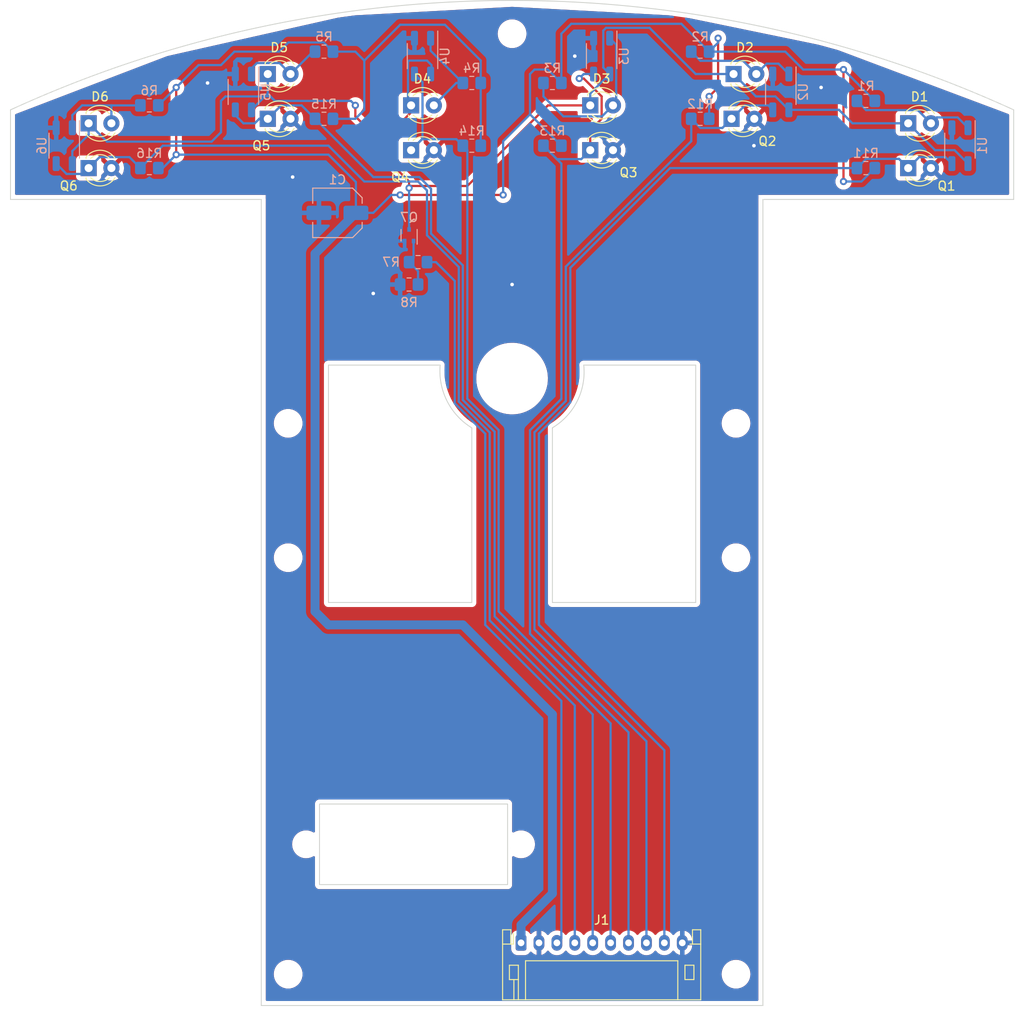
<source format=kicad_pcb>
(kicad_pcb (version 20211014) (generator pcbnew)
  (layers (0 "F.Cu" signal) (31 "B.Cu" signal) (34 "B.Paste" user) (35 "F.Paste" user) (36 "B.SilkS" user "B.Silkscreen") (37 "F.SilkS" user "F.Silkscreen") (38 "B.Mask" user) (39 "F.Mask" user) (44 "Edge.Cuts" user))
  (net 0 "")
  (net 1 "+3.3V")
  (net 2 "GND")
  (net 3 "A3")
  (net 4 "A2")
  (net 5 "A1")
  (net 6 "A0")
  (net 7 "Net-(D5-Pad2)")
  (net 8 "Net-(D1-Pad2)")
  (net 9 "Net-(D2-Pad2)")
  (net 10 "Net-(D3-Pad2)")
  (net 11 "Net-(D4-Pad2)")
  (net 12 "D12")
  (net 13 "Net-(D6-Pad2)")
  (net 14 "A4")
  (net 15 "A5")
  (net 16 "Net-(D6-Pad1)")
  (net 17 "Net-(Q7-Pad1)")
  (footprint "MountingHole:MountingHole_2.1mm" (layer "F.Cu") (at 102.400177 159.61972)
    (fp_text reference "REF**" hide)
    (fp_text value "MountingHole_2.1mm" hide)
    (pad "" np_thru_hole circle locked (at 0 0) (size 2.1 2.1) (drill 2.1) (layers *.Cu *.Mask))
  )
  (footprint "LED_THT:LED_D3.0mm_Clear" (layer "F.Cu") (at 145.625177 84.11972)
    (fp_text reference "Q1" (at 4.275 2) (layer "F.SilkS"))
    (fp_text value "SFH309")
    (pad "1" thru_hole rect (at 0 0) (size 1.8 1.8) (drill 0.9) (layers *.Cu *.Mask) (net 15 "A5"))
    (pad "2" thru_hole circle (at 2.54 0) (size 1.8 1.8) (drill 0.9) (layers *.Cu *.Mask) (net 2 "GND"))
  )
  (footprint "LED_THT:LED_D3.0mm_Clear" (layer "F.Cu") (at 54.125177 84.11972)
    (fp_text reference "Q6" (at -2.225 1.987659) (layer "F.SilkS"))
    (fp_text value "SFH309")
    (pad "1" thru_hole rect (at 0 0) (size 1.8 1.8) (drill 0.9) (layers *.Cu *.Mask) (net 6 "A0"))
    (pad "2" thru_hole circle (at 2.54 0) (size 1.8 1.8) (drill 0.9) (layers *.Cu *.Mask) (net 2 "GND"))
  )
  (footprint "LED_THT:LED_D3.0mm_Clear" (layer "F.Cu") (at 74.125177 78.61972)
    (fp_text reference "Q5" (at -0.725 3) (layer "F.SilkS"))
    (fp_text value "SFH309")
    (pad "1" thru_hole rect (at 0 0) (size 1.8 1.8) (drill 0.9) (layers *.Cu *.Mask) (net 5 "A1"))
    (pad "2" thru_hole circle (at 2.54 0) (size 1.8 1.8) (drill 0.9) (layers *.Cu *.Mask) (net 2 "GND"))
  )
  (footprint "LED_THT:LED_D3.0mm_Clear" (layer "F.Cu") (at 125.900177 78.61972)
    (fp_text reference "Q2" (at 4 2.5) (layer "F.SilkS"))
    (fp_text value "SFH309")
    (pad "1" thru_hole rect (at 0 0) (size 1.8 1.8) (drill 0.9) (layers *.Cu *.Mask) (net 14 "A4"))
    (pad "2" thru_hole circle (at 2.54 0) (size 1.8 1.8) (drill 0.9) (layers *.Cu *.Mask) (net 2 "GND"))
  )
  (footprint "MountingHole:MountingHole_2.2mm_M2" (layer "F.Cu") (at 126.400177 174.11972)
    (fp_text reference "REF**" hide)
    (fp_text value "MountingHole_2.2mm_M2" hide)
    (pad "" np_thru_hole circle locked (at 0 0) (size 2.2 2.2) (drill 2.2) (layers *.Cu *.Mask))
  )
  (footprint "MountingHole:MountingHole_2.2mm_M2" (layer "F.Cu") (at 76.400177 127.61972)
    (fp_text reference "REFholeftmr" hide)
    (fp_text value locked "MountingHole_2.2mm_M2" hide)
    (pad "" np_thru_hole circle locked (at 0 0) (size 2.2 2.2) (drill 2.2) (layers *.Cu *.Mask))
  )
  (footprint "MountingHole:MountingHole_2.2mm_M2" (layer "F.Cu") (at 76.400177 174.11972)
    (fp_text reference "REF**" hide)
    (fp_text value "MountingHole_2.2mm_M2" hide)
    (pad "" np_thru_hole circle locked (at 0 0) (size 2.2 2.2) (drill 2.2) (layers *.Cu *.Mask))
  )
  (footprint "LED_THT:LED_D3.0mm_Clear" (layer "F.Cu") (at 145.625177 79.11972)
    (fp_text reference "D1" (at 1.27 -2.96) (layer "F.SilkS"))
    (fp_text value "LED")
    (pad "1" thru_hole rect (at 0 0) (size 1.8 1.8) (drill 0.9) (layers *.Cu *.Mask) (net 16 "Net-(D6-Pad1)"))
    (pad "2" thru_hole circle (at 2.54 0) (size 1.8 1.8) (drill 0.9) (layers *.Cu *.Mask) (net 8 "Net-(D1-Pad2)"))
  )
  (footprint "LED_THT:LED_D3.0mm_Clear" (layer "F.Cu") (at 90.125177 82.11972)
    (fp_text reference "Q4" (at -1.225 3) (layer "F.SilkS"))
    (fp_text value "SFH309")
    (pad "1" thru_hole rect (at 0 0) (size 1.8 1.8) (drill 0.9) (layers *.Cu *.Mask) (net 4 "A2"))
    (pad "2" thru_hole circle (at 2.54 0) (size 1.8 1.8) (drill 0.9) (layers *.Cu *.Mask) (net 2 "GND"))
  )
  (footprint "LED_THT:LED_D3.0mm_Clear" (layer "F.Cu") (at 126.125177 73.61972)
    (fp_text reference "D2" (at 1.27 -2.96) (layer "F.SilkS"))
    (fp_text value "LED")
    (pad "1" thru_hole rect (at 0 0) (size 1.8 1.8) (drill 0.9) (layers *.Cu *.Mask) (net 16 "Net-(D6-Pad1)"))
    (pad "2" thru_hole circle (at 2.54 0) (size 1.8 1.8) (drill 0.9) (layers *.Cu *.Mask) (net 9 "Net-(D2-Pad2)"))
  )
  (footprint "Connector_JST:JST_PH_S10B-PH-K_1x10_P2.00mm_Horizontal" (layer "F.Cu") (at 102.400177 170.61972)
    (fp_text reference "J1" (at 9 -2.55) (layer "F.SilkS"))
    (fp_text value "Conn_01x10_Male")
    (pad "1" thru_hole roundrect (at 0 0) (size 1.2 1.75) (drill 0.75) (layers *.Cu *.Mask) (roundrect_rratio 0.2083333333) (net 1 "+3.3V"))
    (pad "2" thru_hole oval (at 2 0) (size 1.2 1.75) (drill 0.75) (layers *.Cu *.Mask) (net 2 "GND"))
    (pad "3" thru_hole oval (at 4 0) (size 1.2 1.75) (drill 0.75) (layers *.Cu *.Mask) (net 12 "D12"))
    (pad "4" thru_hole oval (at 6 0) (size 1.2 1.75) (drill 0.75) (layers *.Cu *.Mask) (net 6 "A0"))
    (pad "5" thru_hole oval (at 8 0) (size 1.2 1.75) (drill 0.75) (layers *.Cu *.Mask) (net 5 "A1"))
    (pad "6" thru_hole oval (at 10 0) (size 1.2 1.75) (drill 0.75) (layers *.Cu *.Mask) (net 4 "A2"))
    (pad "7" thru_hole oval (at 12 0) (size 1.2 1.75) (drill 0.75) (layers *.Cu *.Mask) (net 3 "A3"))
    (pad "8" thru_hole oval (at 14 0) (size 1.2 1.75) (drill 0.75) (layers *.Cu *.Mask) (net 14 "A4"))
    (pad "9" thru_hole oval (at 16 0) (size 1.2 1.75) (drill 0.75) (layers *.Cu *.Mask) (net 15 "A5"))
    (pad "10" thru_hole oval (at 18 0) (size 1.2 1.75) (drill 0.75) (layers *.Cu *.Mask) (net 2 "GND"))
  )
  (footprint "MountingHole:MountingHole_2.2mm_M2" (layer "F.Cu") (at 126.400177 112.61972)
    (fp_text reference "REFholerightmf" hide)
    (fp_text value locked "MountingHole_2.2mm_M2" hide)
    (pad "" np_thru_hole circle locked (at 0 0) (size 2.2 2.2) (drill 2.2) (layers *.Cu *.Mask))
  )
  (footprint "LED_THT:LED_D3.0mm_Clear" (layer "F.Cu") (at 110.125177 82.11972)
    (fp_text reference "Q3" (at 4.275 2.5) (layer "F.SilkS"))
    (fp_text value "SFH309")
    (pad "1" thru_hole rect (at 0 0) (size 1.8 1.8) (drill 0.9) (layers *.Cu *.Mask) (net 3 "A3"))
    (pad "2" thru_hole circle (at 2.54 0) (size 1.8 1.8) (drill 0.9) (layers *.Cu *.Mask) (net 2 "GND"))
  )
  (footprint "LED_THT:LED_D3.0mm_Clear" (layer "F.Cu") (at 90.125177 77.11972)
    (fp_text reference "D4" (at 1.27 -2.96) (layer "F.SilkS"))
    (fp_text value "LED")
    (pad "1" thru_hole rect (at 0 0) (size 1.8 1.8) (drill 0.9) (layers *.Cu *.Mask) (net 16 "Net-(D6-Pad1)"))
    (pad "2" thru_hole circle (at 2.54 0) (size 1.8 1.8) (drill 0.9) (layers *.Cu *.Mask) (net 11 "Net-(D4-Pad2)"))
  )
  (footprint "MountingHole:MountingHole_4mm" (layer "F.Cu") (at 101.400177 107.61972)
    (fp_text reference "REFaxle" hide)
    (fp_text value "MountingHole_4mm" hide)
    (pad "" np_thru_hole circle locked (at 0 0) (size 4 4) (drill 4) (layers F&B.Cu *.Mask) (clearance 2))
  )
  (footprint "MountingHole:MountingHole_2.2mm_M2" (layer "F.Cu") (at 101.400177 69.11972)
    (fp_text reference "REFholerightmf" hide)
    (fp_text value locked "MountingHole_2.2mm_M2" hide)
    (pad "" np_thru_hole circle locked (at 0 0) (size 2.2 2.2) (drill 2.2) (layers *.Cu *.Mask))
  )
  (footprint "MountingHole:MountingHole_2.2mm_M2" (layer "F.Cu") (at 126.400177 127.61972)
    (fp_text reference "REFholerightmr" hide)
    (fp_text value locked "MountingHole_2.2mm_M2" hide)
    (pad "" np_thru_hole circle locked (at 0 0) (size 2.2 2.2) (drill 2.2) (layers *.Cu *.Mask))
  )
  (footprint "MountingHole:MountingHole_2.1mm" (layer "F.Cu") (at 78.400177 159.61972)
    (fp_text reference "REF**" hide)
    (fp_text value "MountingHole_2.1mm" hide)
    (pad "" np_thru_hole circle locked (at 0 0) (size 2.1 2.1) (drill 2.1) (layers *.Cu *.Mask))
  )
  (footprint "LED_THT:LED_D3.0mm_Clear" (layer "F.Cu") (at 54.125177 79.11972)
    (fp_text reference "D6" (at 1.27 -2.96) (layer "F.SilkS"))
    (fp_text value "LED")
    (pad "1" thru_hole rect (at 0 0) (size 1.8 1.8) (drill 0.9) (layers *.Cu *.Mask) (net 16 "Net-(D6-Pad1)"))
    (pad "2" thru_hole circle (at 2.54 0) (size 1.8 1.8) (drill 0.9) (layers *.Cu *.Mask) (net 13 "Net-(D6-Pad2)"))
  )
  (footprint "LED_THT:LED_D3.0mm_Clear" (layer "F.Cu") (at 110.125177 77.11972)
    (fp_text reference "D3" (at 1.27 -2.96) (layer "F.SilkS"))
    (fp_text value "LED")
    (pad "1" thru_hole rect (at 0 0) (size 1.8 1.8) (drill 0.9) (layers *.Cu *.Mask) (net 16 "Net-(D6-Pad1)"))
    (pad "2" thru_hole circle (at 2.54 0) (size 1.8 1.8) (drill 0.9) (layers *.Cu *.Mask) (net 10 "Net-(D3-Pad2)"))
  )
  (footprint "LED_THT:LED_D3.0mm_Clear" (layer "F.Cu") (at 74.125177 73.61972)
    (fp_text reference "D5" (at 1.27 -2.96) (layer "F.SilkS"))
    (fp_text value "LED")
    (pad "1" thru_hole rect (at 0 0) (size 1.8 1.8) (drill 0.9) (layers *.Cu *.Mask) (net 16 "Net-(D6-Pad1)"))
    (pad "2" thru_hole circle (at 2.54 0) (size 1.8 1.8) (drill 0.9) (layers *.Cu *.Mask) (net 7 "Net-(D5-Pad2)"))
  )
  (footprint "MountingHole:MountingHole_2.2mm_M2" (layer "F.Cu") (at 76.400177 112.61972)
    (fp_text reference "REFleftmf" hide)
    (fp_text value locked "MountingHole_2.2mm_M2" hide)
    (pad "" np_thru_hole circle locked (at 0 0) (size 2.2 2.2) (drill 2.2) (layers *.Cu *.Mask))
  )
  (footprint "Resistor_SMD:R_0805_2012Metric_Pad1.20x1.40mm_HandSolder" (layer "B.Cu") (at 80.400177 78.61972 180)
    (fp_text reference "R15" (at 0 1.65) (layer "B.SilkS") (effects (justify mirror)))
    (fp_text value "1.5k")
    (pad "1" smd roundrect (at -1 0 180) (size 1.2 1.4) (layers "B.Cu" "B.Paste" "B.Mask") (roundrect_rratio 0.2083333333) (net 1 "+3.3V"))
    (pad "2" smd roundrect (at 1 0 180) (size 1.2 1.4) (layers "B.Cu" "B.Paste" "B.Mask") (roundrect_rratio 0.2083333333) (net 5 "A1"))
  )
  (footprint "OptoDevice:Everlight_ITR1201SR10AR" (layer "B.Cu") (at 51.400177 81.61972 180)
    (fp_text reference "U6" (at 2.5 0 90) (layer "B.SilkS") (effects (justify mirror)))
    (fp_text value "ITR8307-S17-TR8")
    (pad "1" smd roundrect (at -0.9 -2 180) (size 0.79 1.66) (layers "B.Cu" "B.Paste" "B.Mask") (net 16 "Net-(D6-Pad1)"))
    (pad "2" smd roundrect (at -0.9 2 180) (size 0.79 1.66) (layers "B.Cu" "B.Paste" "B.Mask") (net 13 "Net-(D6-Pad2)"))
    (pad "3" smd roundrect (at 0.9 -2 180) (size 0.79 1.66) (layers "B.Cu" "B.Paste" "B.Mask") (net 6 "A0"))
    (pad "4" smd roundrect (at 0.9 2 180) (size 0.79 1.66) (layers "B.Cu" "B.Paste" "B.Mask") (net 2 "GND"))
  )
  (footprint "Resistor_SMD:R_0805_2012Metric_Pad1.20x1.40mm_HandSolder" (layer "B.Cu") (at 80.400177 71.11972 180)
    (fp_text reference "R5" (at 0 1.65) (layer "B.SilkS") (effects (justify mirror)))
    (fp_text value "27R")
    (pad "1" smd roundrect (at -1 0 180) (size 1.2 1.4) (layers "B.Cu" "B.Paste" "B.Mask") (roundrect_rratio 0.2083333333) (net 1 "+3.3V"))
    (pad "2" smd roundrect (at 1 0 180) (size 1.2 1.4) (layers "B.Cu" "B.Paste" "B.Mask") (roundrect_rratio 0.2083333333) (net 7 "Net-(D5-Pad2)"))
  )
  (footprint "Resistor_SMD:R_0805_2012Metric_Pad1.20x1.40mm_HandSolder" (layer "B.Cu") (at 90.900177 94.61972 180)
    (fp_text reference "R7" (at 3 0) (layer "B.SilkS") (effects (justify mirror)))
    (fp_text value "1K0")
    (pad "1" smd roundrect (at -1 0 180) (size 1.2 1.4) (layers "B.Cu" "B.Paste" "B.Mask") (roundrect_rratio 0.2083333333) (net 12 "D12"))
    (pad "2" smd roundrect (at 1 0 180) (size 1.2 1.4) (layers "B.Cu" "B.Paste" "B.Mask") (roundrect_rratio 0.2083333333) (net 17 "Net-(Q7-Pad1)"))
  )
  (footprint "Resistor_SMD:R_0805_2012Metric_Pad1.20x1.40mm_HandSolder" (layer "B.Cu") (at 122.400177 78.61972 180)
    (fp_text reference "R12" (at 0 1.65) (layer "B.SilkS") (effects (justify mirror)))
    (fp_text value "1.5k")
    (pad "1" smd roundrect (at -1 0 180) (size 1.2 1.4) (layers "B.Cu" "B.Paste" "B.Mask") (roundrect_rratio 0.2083333333) (net 1 "+3.3V"))
    (pad "2" smd roundrect (at 1 0 180) (size 1.2 1.4) (layers "B.Cu" "B.Paste" "B.Mask") (roundrect_rratio 0.2083333333) (net 14 "A4"))
  )
  (footprint "OptoDevice:Everlight_ITR1201SR10AR" (layer "B.Cu") (at 131.400177 75.61972 180)
    (fp_text reference "U2" (at -2.5 0 90) (layer "B.SilkS") (effects (justify mirror)))
    (fp_text value "ITR8307-S17-TR8")
    (pad "1" smd roundrect (at -0.9 -2 180) (size 0.79 1.66) (layers "B.Cu" "B.Paste" "B.Mask") (net 16 "Net-(D6-Pad1)"))
    (pad "2" smd roundrect (at -0.9 2 180) (size 0.79 1.66) (layers "B.Cu" "B.Paste" "B.Mask") (net 9 "Net-(D2-Pad2)"))
    (pad "3" smd roundrect (at 0.9 -2 180) (size 0.79 1.66) (layers "B.Cu" "B.Paste" "B.Mask") (net 14 "A4"))
    (pad "4" smd roundrect (at 0.9 2 180) (size 0.79 1.66) (layers "B.Cu" "B.Paste" "B.Mask") (net 2 "GND"))
  )
  (footprint "Capacitor_SMD:C_Elec_5x5.8" (layer "B.Cu") (at 81.900177 89.11972 180)
    (fp_text reference "C1" (at 0 3.7) (layer "B.SilkS") (effects (justify mirror)))
    (fp_text value "100uF")
    (pad "1" smd roundrect (at -2.0625 0 180) (size 2.775 1.6) (layers "B.Cu" "B.Paste" "B.Mask") (roundrect_rratio 0.15625) (net 1 "+3.3V"))
    (pad "2" smd roundrect (at 2.0625 0 180) (size 2.775 1.6) (layers "B.Cu" "B.Paste" "B.Mask") (roundrect_rratio 0.15625) (net 2 "GND"))
  )
  (footprint "Package_TO_SOT_SMD:SOT-523" (layer "B.Cu") (at 89.900177 91.61972 90)
    (fp_text reference "Q7" (at 2 0) (layer "B.SilkS") (effects (justify mirror)))
    (fp_text value "DMG1012T")
    (pad "1" smd rect (at -0.645 0.5 270) (size 0.51 0.4) (layers "B.Cu" "B.Paste" "B.Mask") (net 17 "Net-(Q7-Pad1)"))
    (pad "2" smd rect (at -0.645 -0.5 270) (size 0.51 0.4) (layers "B.Cu" "B.Paste" "B.Mask") (net 2 "GND"))
    (pad "3" smd rect (at 0.645 0 270) (size 0.51 0.4) (layers "B.Cu" "B.Paste" "B.Mask") (net 16 "Net-(D6-Pad1)"))
  )
  (footprint "Resistor_SMD:R_0805_2012Metric_Pad1.20x1.40mm_HandSolder" (layer "B.Cu") (at 60.900177 77.11972 180)
    (fp_text reference "R6" (at 0 1.65) (layer "B.SilkS") (effects (justify mirror)))
    (fp_text value "27R")
    (pad "1" smd roundrect (at -1 0 180) (size 1.2 1.4) (layers "B.Cu" "B.Paste" "B.Mask") (roundrect_rratio 0.2083333333) (net 1 "+3.3V"))
    (pad "2" smd roundrect (at 1 0 180) (size 1.2 1.4) (layers "B.Cu" "B.Paste" "B.Mask") (roundrect_rratio 0.2083333333) (net 13 "Net-(D6-Pad2)"))
  )
  (footprint "Resistor_SMD:R_0805_2012Metric_Pad1.20x1.40mm_HandSolder" (layer "B.Cu") (at 122.400177 71.11972 180)
    (fp_text reference "R2" (at 0 1.65) (layer "B.SilkS") (effects (justify mirror)))
    (fp_text value "27R")
    (pad "1" smd roundrect (at -1 0 180) (size 1.2 1.4) (layers "B.Cu" "B.Paste" "B.Mask") (roundrect_rratio 0.2083333333) (net 1 "+3.3V"))
    (pad "2" smd roundrect (at 1 0 180) (size 1.2 1.4) (layers "B.Cu" "B.Paste" "B.Mask") (roundrect_rratio 0.2083333333) (net 9 "Net-(D2-Pad2)"))
  )
  (footprint "Resistor_SMD:R_0805_2012Metric_Pad1.20x1.40mm_HandSolder" (layer "B.Cu") (at 140.900177 84.11972 180)
    (fp_text reference "R11" (at 0 1.65) (layer "B.SilkS") (effects (justify mirror)))
    (fp_text value "1.5k")
    (pad "1" smd roundrect (at -1 0 180) (size 1.2 1.4) (layers "B.Cu" "B.Paste" "B.Mask") (roundrect_rratio 0.2083333333) (net 1 "+3.3V"))
    (pad "2" smd roundrect (at 1 0 180) (size 1.2 1.4) (layers "B.Cu" "B.Paste" "B.Mask") (roundrect_rratio 0.2083333333) (net 15 "A5"))
  )
  (footprint "OptoDevice:Everlight_ITR1201SR10AR" (layer "B.Cu") (at 111.400177 71.61972 180)
    (fp_text reference "U3" (at -2.5 0 90) (layer "B.SilkS") (effects (justify mirror)))
    (fp_text value "ITR8307-S17-TR8")
    (pad "1" smd roundrect (at -0.9 -2 180) (size 0.79 1.66) (layers "B.Cu" "B.Paste" "B.Mask") (net 16 "Net-(D6-Pad1)"))
    (pad "2" smd roundrect (at -0.9 2 180) (size 0.79 1.66) (layers "B.Cu" "B.Paste" "B.Mask") (net 10 "Net-(D3-Pad2)"))
    (pad "3" smd roundrect (at 0.9 -2 180) (size 0.79 1.66) (layers "B.Cu" "B.Paste" "B.Mask") (net 3 "A3"))
    (pad "4" smd roundrect (at 0.9 2 180) (size 0.79 1.66) (layers "B.Cu" "B.Paste" "B.Mask") (net 2 "GND"))
  )
  (footprint "OptoDevice:Everlight_ITR1201SR10AR" (layer "B.Cu") (at 151.400177 81.61972 180)
    (fp_text reference "U1" (at -2.5 0 90) (layer "B.SilkS") (effects (justify mirror)))
    (fp_text value "ITR8307-S17-TR8")
    (pad "1" smd roundrect (at -0.9 -2 180) (size 0.79 1.66) (layers "B.Cu" "B.Paste" "B.Mask") (net 16 "Net-(D6-Pad1)"))
    (pad "2" smd roundrect (at -0.9 2 180) (size 0.79 1.66) (layers "B.Cu" "B.Paste" "B.Mask") (net 8 "Net-(D1-Pad2)"))
    (pad "3" smd roundrect (at 0.9 -2 180) (size 0.79 1.66) (layers "B.Cu" "B.Paste" "B.Mask") (net 15 "A5"))
    (pad "4" smd roundrect (at 0.9 2 180) (size 0.79 1.66) (layers "B.Cu" "B.Paste" "B.Mask") (net 2 "GND"))
  )
  (footprint "Resistor_SMD:R_0805_2012Metric_Pad1.20x1.40mm_HandSolder" (layer "B.Cu") (at 96.900177 74.61972 180)
    (fp_text reference "R4" (at 0 1.65) (layer "B.SilkS") (effects (justify mirror)))
    (fp_text value "27R")
    (pad "1" smd roundrect (at -1 0 180) (size 1.2 1.4) (layers "B.Cu" "B.Paste" "B.Mask") (roundrect_rratio 0.2083333333) (net 1 "+3.3V"))
    (pad "2" smd roundrect (at 1 0 180) (size 1.2 1.4) (layers "B.Cu" "B.Paste" "B.Mask") (roundrect_rratio 0.2083333333) (net 11 "Net-(D4-Pad2)"))
  )
  (footprint "OptoDevice:Everlight_ITR1201SR10AR" (layer "B.Cu") (at 71.400177 75.61972 180)
    (fp_text reference "U5" (at -2.5 0 90) (layer "B.SilkS") (effects (justify mirror)))
    (fp_text value "ITR8307-S17-TR8")
    (pad "1" smd roundrect (at -0.9 -2 180) (size 0.79 1.66) (layers "B.Cu" "B.Paste" "B.Mask") (net 16 "Net-(D6-Pad1)"))
    (pad "2" smd roundrect (at -0.9 2 180) (size 0.79 1.66) (layers "B.Cu" "B.Paste" "B.Mask") (net 7 "Net-(D5-Pad2)"))
    (pad "3" smd roundrect (at 0.9 -2 180) (size 0.79 1.66) (layers "B.Cu" "B.Paste" "B.Mask") (net 5 "A1"))
    (pad "4" smd roundrect (at 0.9 2 180) (size 0.79 1.66) (layers "B.Cu" "B.Paste" "B.Mask") (net 2 "GND"))
  )
  (footprint "Resistor_SMD:R_0805_2012Metric_Pad1.20x1.40mm_HandSolder" (layer "B.Cu") (at 89.900177 97.11972 180)
    (fp_text reference "R8" (at 0 -2) (layer "B.SilkS") (effects (justify mirror)))
    (fp_text value "22k")
    (pad "1" smd roundrect (at -1 0 180) (size 1.2 1.4) (layers "B.Cu" "B.Paste" "B.Mask") (roundrect_rratio 0.2083333333) (net 17 "Net-(Q7-Pad1)"))
    (pad "2" smd roundrect (at 1 0 180) (size 1.2 1.4) (layers "B.Cu" "B.Paste" "B.Mask") (roundrect_rratio 0.2083333333) (net 2 "GND"))
  )
  (footprint "Resistor_SMD:R_0805_2012Metric_Pad1.20x1.40mm_HandSolder" (layer "B.Cu") (at 140.900177 76.61972 180)
    (fp_text reference "R1" (at 0 1.65) (layer "B.SilkS") (effects (justify mirror)))
    (fp_text value "27R")
    (pad "1" smd roundrect (at -1 0 180) (size 1.2 1.4) (layers "B.Cu" "B.Paste" "B.Mask") (roundrect_rratio 0.2083333333) (net 1 "+3.3V"))
    (pad "2" smd roundrect (at 1 0 180) (size 1.2 1.4) (layers "B.Cu" "B.Paste" "B.Mask") (roundrect_rratio 0.2083333333) (net 8 "Net-(D1-Pad2)"))
  )
  (footprint "Resistor_SMD:R_0805_2012Metric_Pad1.20x1.40mm_HandSolder" (layer "B.Cu") (at 105.900177 74.61972 180)
    (fp_text reference "R3" (at 0 1.65) (layer "B.SilkS") (effects (justify mirror)))
    (fp_text value "27R")
    (pad "1" smd roundrect (at -1 0 180) (size 1.2 1.4) (layers "B.Cu" "B.Paste" "B.Mask") (roundrect_rratio 0.2083333333) (net 1 "+3.3V"))
    (pad "2" smd roundrect (at 1 0 180) (size 1.2 1.4) (layers "B.Cu" "B.Paste" "B.Mask") (roundrect_rratio 0.2083333333) (net 10 "Net-(D3-Pad2)"))
  )
  (footprint "Resistor_SMD:R_0805_2012Metric_Pad1.20x1.40mm_HandSolder" (layer "B.Cu") (at 60.900177 84.11972 180)
    (fp_text reference "R16" (at 0 1.65) (layer "B.SilkS") (effects (justify mirror)))
    (fp_text value "1.5k")
    (pad "1" smd roundrect (at -1 0 180) (size 1.2 1.4) (layers "B.Cu" "B.Paste" "B.Mask") (roundrect_rratio 0.2083333333) (net 1 "+3.3V"))
    (pad "2" smd roundrect (at 1 0 180) (size 1.2 1.4) (layers "B.Cu" "B.Paste" "B.Mask") (roundrect_rratio 0.2083333333) (net 6 "A0"))
  )
  (footprint "OptoDevice:Everlight_ITR1201SR10AR" (layer "B.Cu") (at 91.400177 71.61972 180)
    (fp_text reference "U4" (at -2.5 0 90) (layer "B.SilkS") (effects (justify mirror)))
    (fp_text value "ITR8307-S17-TR8")
    (pad "1" smd roundrect (at -0.9 -2 180) (size 0.79 1.66) (layers "B.Cu" "B.Paste" "B.Mask") (net 16 "Net-(D6-Pad1)"))
    (pad "2" smd roundrect (at -0.9 2 180) (size 0.79 1.66) (layers "B.Cu" "B.Paste" "B.Mask") (net 11 "Net-(D4-Pad2)"))
    (pad "3" smd roundrect (at 0.9 -2 180) (size 0.79 1.66) (layers "B.Cu" "B.Paste" "B.Mask") (net 4 "A2"))
    (pad "4" smd roundrect (at 0.9 2 180) (size 0.79 1.66) (layers "B.Cu" "B.Paste" "B.Mask") (net 2 "GND"))
  )
  (footprint "Resistor_SMD:R_0805_2012Metric_Pad1.20x1.40mm_HandSolder" (layer "B.Cu") (at 105.900177 81.61972 180)
    (fp_text reference "R13" (at 0 1.65) (layer "B.SilkS") (effects (justify mirror)))
    (fp_text value "1.5k")
    (pad "1" smd roundrect (at -1 0 180) (size 1.2 1.4) (layers "B.Cu" "B.Paste" "B.Mask") (roundrect_rratio 0.2083333333) (net 1 "+3.3V"))
    (pad "2" smd roundrect (at 1 0 180) (size 1.2 1.4) (layers "B.Cu" "B.Paste" "B.Mask") (roundrect_rratio 0.2083333333) (net 3 "A3"))
  )
  (footprint "Resistor_SMD:R_0805_2012Metric_Pad1.20x1.40mm_HandSolder" (layer "B.Cu") (at 96.900177 81.61972 180)
    (fp_text reference "R14" (at 0 1.65) (layer "B.SilkS") (effects (justify mirror)))
    (fp_text value "1.5k")
    (pad "1" smd roundrect (at -1 0 180) (size 1.2 1.4) (layers "B.Cu" "B.Paste" "B.Mask") (roundrect_rratio 0.2083333333) (net 1 "+3.3V"))
    (pad "2" smd roundrect (at 1 0 180) (size 1.2 1.4) (layers "B.Cu" "B.Paste" "B.Mask") (roundrect_rratio 0.2083333333) (net 4 "A2"))
  )
  (gr_rect locked (start 79.900177 155.11972) (end 100.900177 164.11972) (layer "Edge.Cuts") (width 0.1) (fill none))
  (gr_line (start 157.400177 87.61972) (end 157.400177 77.61972) (layer "Edge.Cuts") (width 0.1))
  (gr_arc (start 109.400177 106.11972) (mid 108.673371 110.131318) (end 105.900177 113.11972) (layer "Edge.Cuts") (width 0.1))
  (gr_line (start 121.900177 106.11972) (end 121.900177 132.61972) (layer "Edge.Cuts") (width 0.1))
  (gr_line (start 80.900177 132.619721) (end 80.900177 106.11972) (layer "Edge.Cuts") (width 0.1))
  (gr_line (start 73.400177 177.61972) (end 129.400177 177.61972) (layer "Edge.Cuts") (width 0.1))
  (gr_line (start 105.900177 132.61972) (end 105.900177 113.11972) (layer "Edge.Cuts") (width 0.1))
  (gr_line (start 96.900177 113.11972) (end 96.900177 132.619721) (layer "Edge.Cuts") (width 0.1))
  (gr_line (start 45.400177 87.61972) (end 73.400177 87.61972) (layer "Edge.Cuts") (width 0.1))
  (gr_arc (start 45.400177 77.61972) (mid 101.400177 65.404704) (end 157.400177 77.61972) (layer "Edge.Cuts") (width 0.1))
  (gr_line (start 80.900177 106.11972) (end 93.370701 106.11972) (layer "Edge.Cuts") (width 0.1))
  (gr_line (start 129.400177 177.61972) (end 129.400177 87.61972) (layer "Edge.Cuts") (width 0.1))
  (gr_line (start 96.900177 132.619721) (end 80.900177 132.619721) (layer "Edge.Cuts") (width 0.1))
  (gr_line (start 109.400177 106.11972) (end 121.900177 106.11972) (layer "Edge.Cuts") (width 0.1))
  (gr_line (start 121.900177 132.61972) (end 105.900177 132.61972) (layer "Edge.Cuts") (width 0.1))
  (gr_line (start 129.400177 87.61972) (end 157.400177 87.61972) (layer "Edge.Cuts") (width 0.1))
  (gr_arc (start 96.900177 113.11972) (mid 94.136887 110.123189) (end 93.370701 106.11972) (layer "Edge.Cuts") (width 0.1))
  (gr_line (start 73.400177 177.61972) (end 73.400177 87.61972) (layer "Edge.Cuts") (width 0.1))
  (gr_line (start 45.400177 77.61972) (end 45.400177 87.61972) (layer "Edge.Cuts") (width 0.1))
  (segment (start 100.400177 87.11972) (end 88.900177 87.11972) (width 0.25) (layer "F.Cu") (net 1))
  (segment (start 124.400177 75.11972) (end 123.400177 76.11972) (width 0.25) (layer "F.Cu") (net 1))
  (segment (start 63.900177 75.11972) (end 63.900177 82.61972) (width 0.25) (layer "F.Cu") (net 1))
  (segment (start 138.400177 73.11972) (end 138.400177 80.11972) (width 0.25) (layer "F.Cu") (net 1))
  (segment (start 124.400177 69.61972) (end 124.400177 75.11972) (width 0.25) (layer "F.Cu") (net 1))
  (segment (start 138.400177 80.11972) (end 138.400177 85.61972) (width 0.25) (layer "F.Cu") (net 1))
  (via (at 123.400177 76.11972) (size 0.8) (drill 0.4) (layers "F.Cu" "B.Cu") (net 1))
  (via (at 63.900177 82.61972) (size 0.8) (drill 0.4) (layers "F.Cu" "B.Cu") (net 1))
  (via (at 124.400177 69.61972) (size 0.8) (drill 0.4) (layers "F.Cu" "B.Cu") (net 1))
  (via (at 63.900177 75.11972) (size 0.8) (drill 0.4) (layers "F.Cu" "B.Cu") (net 1))
  (via (at 138.400177 73.11972) (size 0.8) (drill 0.4) (layers "F.Cu" "B.Cu") (net 1))
  (via (at 138.400177 85.61972) (size 0.8) (drill 0.4) (layers "F.Cu" "B.Cu") (net 1))
  (via (at 88.900177 87.11972) (size 0.8) (drill 0.4) (layers "F.Cu" "B.Cu") (net 1))
  (via (at 100.400177 87.11972) (size 0.8) (drill 0.4) (layers "F.Cu" "B.Cu") (net 1))
  (segment (start 140.400177 85.61972) (end 141.900177 84.11972) (width 0.25) (layer "B.Cu") (net 1))
  (segment (start 70.400177 71.11972) (end 75.400177 71.11972) (width 0.25) (layer "B.Cu") (net 1))
  (segment (start 83.900177 78.61972) (end 81.400177 78.61972) (width 0.25) (layer "B.Cu") (net 1))
  (segment (start 80.900177 82.61972) (end 83.962677 85.68222) (width 0.25) (layer "B.Cu") (net 1))
  (segment (start 61.900177 77.11972) (end 63.900177 75.11972) (width 0.25) (layer "B.Cu") (net 1))
  (segment (start 104.400177 79.11972) (end 103.400177 78.11972) (width 0.25) (layer "B.Cu") (net 1))
  (segment (start 80.900177 135.11972) (end 79.400177 133.61972) (width 1) (layer "B.Cu") (net 1))
  (segment (start 131.900177 71.11972) (end 133.900177 73.11972) (width 0.25) (layer "B.Cu") (net 1))
  (segment (start 61.900177 84.11972) (end 62.400177 84.11972) (width 0.25) (layer "B.Cu") (net 1))
  (segment (start 106.900177 74.61972) (end 106.900177 69.11972) (width 0.25) (layer "B.Cu") (net 1))
  (segment (start 97.900177 74.61972) (end 97.900177 81.61972) (width 0.25) (layer "B.Cu") (net 1))
  (segment (start 88.900177 68.11972) (end 93.900177 68.11972) (width 0.25) (layer "B.Cu") (net 1))
  (segment (start 100.400177 87.11972) (end 100.400177 81.11972) (width 0.25) (layer "B.Cu") (net 1))
  (segment (start 106.900177 69.11972) (end 108.005177 68.01472) (width 0.25) (layer "B.Cu") (net 1))
  (segment (start 105.900177 165.11972) (end 105.900177 145.11972) (width 1) (layer "B.Cu") (net 1))
  (segment (start 103.900177 73.11972) (end 105.400177 73.11972) (width 0.25) (layer "B.Cu") (net 1))
  (segment (start 120.295177 68.01472) (end 123.400177 71.11972) (width 0.25) (layer "B.Cu") (net 1))
  (segment (start 105.900177 145.11972) (end 95.900177 135.11972) (width 1) (layer "B.Cu") (net 1))
  (segment (start 87.900177 87.11972) (end 85.900177 89.11972) (width 0.25) (layer "B.Cu") (net 1))
  (segment (start 93.900177 68.11972) (end 97.900177 72.11972) (width 0.25) (layer "B.Cu") (net 1))
  (segment (start 102.400177 170.61972) (end 102.400177 168.61972) (width 1) (layer "B.Cu") (net 1))
  (segment (start 85.900177 71.11972) (end 84.900177 72.11972) (width 0.25) (layer "B.Cu") (net 1))
  (segment (start 123.400177 76.11972) (end 123.400177 78.61972) (width 0.25) (layer "B.Cu") (net 1))
  (segment (start 100.400177 81.11972) (end 103.400177 78.11972) (width 0.25) (layer "B.Cu") (net 1))
  (segment (start 124.400177 70.11972) (end 123.400177 71.11972) (width 0.25) (layer "B.Cu") (net 1))
  (segment (start 124.400177 69.61972) (end 124.400177 70.11972) (width 0.25) (layer "B.Cu") (net 1))
  (segment (start 66.400177 72.61972) (end 68.900177 72.61972) (width 0.25) (layer "B.Cu") (net 1))
  (segment (start 105.400177 73.11972) (end 106.900177 74.61972) (width 0.25) (layer "B.Cu") (net 1))
  (segment (start 102.400177 168.61972) (end 105.900177 165.11972) (width 1) (layer "B.Cu") (net 1))
  (segment (start 133.900177 73.11972) (end 138.400177 73.11972) (width 0.25) (layer "B.Cu") (net 1))
  (segment (start 83.962677 85.68222) (end 83.962677 89.11972) (width 0.25) (layer "B.Cu") (net 1))
  (segment (start 95.900177 135.11972) (end 80.900177 135.11972) (width 1) (layer "B.Cu") (net 1))
  (segment (start 84.900177 77.61972) (end 83.900177 78.61972) (width 0.25) (layer "B.Cu") (net 1))
  (segment (start 138.400177 85.61972) (end 140.400177 85.61972) (width 0.25) (layer "B.Cu") (net 1))
  (segment (start 62.400177 84.11972) (end 63.900177 82.61972) (width 0.25) (layer "B.Cu") (net 1))
  (segment (start 84.900177 72.11972) (end 84.900177 77.61972) (width 0.25) (layer "B.Cu") (net 1))
  (segment (start 103.400177 73.61972) (end 103.900177 73.11972) (width 0.25) (layer "B.Cu") (net 1))
  (segment (start 88.900177 87.11972) (end 87.900177 87.11972) (width 0.25) (layer "B.Cu") (net 1))
  (segment (start 97.900177 72.11972) (end 97.900177 74.61972) (width 0.25) (layer "B.Cu") (net 1))
  (segment (start 106.900177 81.61972) (end 104.400177 79.11972) (width 0.25) (layer "B.Cu") (net 1))
  (segment (start 79.400177 133.61972) (end 79.400177 93.68222) (width 1) (layer "B.Cu") (net 1))
  (segment (start 123.400177 71.11972) (end 131.900177 71.11972) (width 0.25) (layer "B.Cu") (net 1))
  (segment (start 75.400177 71.11972) (end 76.425177 70.09472) (width 0.25) (layer "B.Cu") (net 1))
  (segment (start 81.400177 71.11972) (end 83.900177 71.11972) (width 0.25) (layer "B.Cu") (net 1))
  (segment (start 103.400177 78.11972) (end 103.400177 73.61972) (width 0.25) (layer "B.Cu") (net 1))
  (segment (start 83.900177 71.11972) (end 84.900177 72.11972) (width 0.25) (layer "B.Cu") (net 1))
  (segment (start 85.900177 71.11972) (end 88.900177 68.11972) (width 0.25) (layer "B.Cu") (net 1))
  (segment (start 76.425177 70.09472) (end 80.375177 70.09472) (width 0.25) (layer "B.Cu") (net 1))
  (segment (start 63.900177 75.11972) (end 66.400177 72.61972) (width 0.25) (layer "B.Cu") (net 1))
  (segment (start 85.900177 89.11972) (end 83.962677 89.11972) (width 0.25) (layer "B.Cu") (net 1))
  (segment (start 138.400177 73.11972) (end 141.900177 76.61972) (width 0.25) (layer "B.Cu") (net 1))
  (segment (start 68.900177 72.61972) (end 70.400177 71.11972) (width 0.25) (layer "B.Cu") (net 1))
  (segment (start 80.375177 70.09472) (end 81.400177 71.11972) (width 0.25) (layer "B.Cu") (net 1))
  (segment (start 79.400177 93.68222) (end 83.962677 89.11972) (width 1) (layer "B.Cu") (net 1))
  (segment (start 63.900177 82.61972) (end 80.900177 82.61972) (width 0.25) (layer "B.Cu") (net 1))
  (segment (start 108.005177 68.01472) (end 120.295177 68.01472) (width 0.25) (layer "B.Cu") (net 1))
  (via (at 101.400177 97.11972) (size 0.8) (drill 0.4) (layers "F.Cu" "B.Cu") (net 2))
  (via (at 85.900177 98.11972) (size 0.8) (drill 0.4) (layers "F.Cu" "B.Cu") (net 2))
  (via (at 108.400177 71.61972) (size 0.8) (drill 0.4) (layers "F.Cu" "B.Cu") (net 2))
  (via (at 67.400177 74.61972) (size 0.8) (drill 0.4) (layers "F.Cu" "B.Cu") (net 2))
  (via (at 128.400177 81.61972) (size 0.8) (drill 0.4) (layers "F.Cu" "B.Cu") (net 2))
  (via (at 135.900177 75.11972) (size 0.8) (drill 0.4) (layers "F.Cu" "B.Cu") (net 2))
  (via (at 76.900177 85.11972) (size 1) (drill 0.4) (layers "F.Cu" "B.Cu") (net 2))
  (segment (start 109.400177 74.11972) (end 111.400177 76.11972) (width 0.25) (layer "F.Cu") (net 3))
  (segment (start 111.400177 76.11972) (end 111.400177 78.61972) (width 0.25) (layer "F.Cu") (net 3))
  (segment (start 111.400177 78.61972) (end 110.125177 79.89472) (width 0.25) (layer "F.Cu") (net 3))
  (segment (start 110.125177 79.89472) (end 110.125177 82.11972) (width 0.25) (layer "F.Cu") (net 3))
  (segment (start 108.900177 74.11972) (end 109.400177 74.11972) (width 0.25) (layer "F.Cu") (net 3))
  (via (at 108.900177 74.11972) (size 0.8) (drill 0.4) (layers "F.Cu" "B.Cu") (net 3))
  (segment (start 104.900177 81.61972) (end 106.900177 83.61972) (width 0.25) (layer "B.Cu") (net 3))
  (segment (start 103.400177 136.11972) (end 114.400177 147.11972) (width 0.25) (layer "B.Cu") (net 3))
  (segment (start 114.400177 147.11972) (end 114.400177 170.61972) (width 0.25) (layer "B.Cu") (net 3))
  (segment (start 106.900177 109.892423) (end 103.400177 113.392423) (width 0.25) (layer "B.Cu") (net 3))
  (segment (start 106.900177 83.61972) (end 106.900177 109.892423) (width 0.25) (layer "B.Cu") (net 3))
  (segment (start 106.400177 83.11972) (end 104.900177 81.61972) (width 0.25) (layer "B.Cu") (net 3))
  (segment (start 110.125177 82.11972) (end 109.125177 83.11972) (width 0.25) (layer "B.Cu") (net 3))
  (segment (start 103.400177 113.392423) (end 103.400177 136.11972) (width 0.25) (layer "B.Cu") (net 3))
  (segment (start 110.500177 73.61972) (end 109.400177 73.61972) (width 0.25) (layer "B.Cu") (net 3))
  (segment (start 109.400177 73.61972) (end 108.900177 74.11972) (width 0.25) (layer "B.Cu") (net 3))
  (segment (start 109.125177 83.11972) (end 106.400177 83.11972) (width 0.25) (layer "B.Cu") (net 3))
  (segment (start 91.400177 74.51972) (end 90.500177 73.61972) (width 0.25) (layer "B.Cu") (net 4))
  (segment (start 95.175177 80.89472) (end 91.350177 80.89472) (width 0.25) (layer "B.Cu") (net 4))
  (segment (start 90.125177 82.11972) (end 91.400177 80.84472) (width 0.25) (layer "B.Cu") (net 4))
  (segment (start 95.900177 81.61972) (end 95.175177 80.89472) (width 0.25) (layer "B.Cu") (net 4))
  (segment (start 91.400177 80.84472) (end 91.400177 74.51972) (width 0.25) (layer "B.Cu") (net 4))
  (segment (start 99.900177 113.36972) (end 99.900177 133.61972) (width 0.25) (layer "B.Cu") (net 4))
  (segment (start 112.400177 146.11972) (end 112.400177 170.61972) (width 0.25) (layer "B.Cu") (net 4))
  (segment (start 96.400177 82.11972) (end 96.400177 109.86972) (width 0.25) (layer "B.Cu") (net 4))
  (segment (start 96.400177 109.86972) (end 99.900177 113.36972) (width 0.25) (layer "B.Cu") (net 4))
  (segment (start 99.900177 133.61972) (end 112.400177 146.11972) (width 0.25) (layer "B.Cu") (net 4))
  (segment (start 95.900177 81.61972) (end 96.400177 82.11972) (width 0.25) (layer "B.Cu") (net 4))
  (segment (start 91.350177 80.89472) (end 90.125177 82.11972) (width 0.25) (layer "B.Cu") (net 4))
  (segment (start 79.400177 78.61972) (end 85.900177 85.11972) (width 0.25) (layer "B.Cu") (net 5))
  (segment (start 99.450177 113.556116) (end 99.450177 134.16972) (width 0.25) (layer "B.Cu") (net 5))
  (segment (start 75.625177 77.11972) (end 74.125177 78.61972) (width 0.25) (layer "B.Cu") (net 5))
  (segment (start 92.350177 91.433324) (end 95.900177 94.983324) (width 0.25) (layer "B.Cu") (net 5))
  (segment (start 70.500177 78.21972) (end 70.500177 77.61972) (width 0.25) (layer "B.Cu") (net 5))
  (segment (start 110.400177 145.11972) (end 110.400177 170.61972) (width 0.25) (layer "B.Cu") (net 5))
  (segment (start 92.350177 86.433324) (end 92.350177 91.433324) (width 0.25) (layer "B.Cu") (net 5))
  (segment (start 95.900177 110.006116) (end 99.450177 113.556116) (width 0.25) (layer "B.Cu") (net 5))
  (segment (start 71.400177 79.11972) (end 70.500177 78.21972) (width 0.25) (layer "B.Cu") (net 5))
  (segment (start 77.900177 77.11972) (end 75.625177 77.11972) (width 0.25) (layer "B.Cu") (net 5))
  (segment (start 99.450177 134.16972) (end 110.400177 145.11972) (width 0.25) (layer "B.Cu") (net 5))
  (segment (start 91.036573 85.11972) (end 92.350177 86.433324) (width 0.25) (layer "B.Cu") (net 5))
  (segment (start 85.900177 85.11972) (end 91.036573 85.11972) (width 0.25) (layer "B.Cu") (net 5))
  (segment (start 73.17125 78.61972) (end 72.67125 79.11972) (width 0.25) (layer "B.Cu") (net 5))
  (segment (start 95.900177 94.983324) (end 95.900177 110.006116) (width 0.25) (layer "B.Cu") (net 5))
  (segment (start 74.125177 78.61972) (end 73.17125 78.61972) (width 0.25) (layer "B.Cu") (net 5))
  (segment (start 79.400177 78.61972) (end 77.900177 77.11972) (width 0.25) (layer "B.Cu") (net 5))
  (segment (start 72.67125 79.11972) (end 71.400177 79.11972) (width 0.25) (layer "B.Cu") (net 5))
  (segment (start 91.900177 91.61972) (end 95.450177 95.16972) (width 0.25) (layer "B.Cu") (net 6))
  (segment (start 54.125177 84.11972) (end 53.470177 84.77472) (width 0.25) (layer "B.Cu") (net 6))
  (segment (start 80.900177 81.61972) (end 84.900177 85.61972) (width 0.25) (layer "B.Cu") (net 6))
  (segment (start 108.400177 144.11972) (end 108.400177 170.61972) (width 0.25) (layer "B.Cu") (net 6))
  (segment (start 55.350177 82.89472) (end 54.125177 84.11972) (width 0.25) (layer "B.Cu") (net 6))
  (segment (start 59.900177 84.11972) (end 58.675177 82.89472) (width 0.25) (layer "B.Cu") (net 6))
  (segment (start 58.675177 82.89472) (end 55.350177 82.89472) (width 0.25) (layer "B.Cu") (net 6))
  (segment (start 95.450177 95.16972) (end 95.450177 110.192512) (width 0.25) (layer "B.Cu") (net 6))
  (segment (start 91.900177 86.61972) (end 91.900177 91.61972) (width 0.25) (layer "B.Cu") (net 6))
  (segment (start 59.900177 84.11972) (end 62.400177 81.61972) (width 0.25) (layer "B.Cu") (net 6))
  (segment (start 84.900177 85.61972) (end 90.900177 85.61972) (width 0.25) (layer "B.Cu") (net 6))
  (segment (start 90.900177 85.61972) (end 91.900177 86.61972) (width 0.25) (layer "B.Cu") (net 6))
  (segment (start 51.655177 84.77472) (end 50.500177 83.61972) (width 0.25) (layer "B.Cu") (net 6))
  (segment (start 62.400177 81.61972) (end 80.900177 81.61972) (width 0.25) (layer "B.Cu") (net 6))
  (segment (start 95.450177 110.192512) (end 98.900177 113.642512) (width 0.25) (layer "B.Cu") (net 6))
  (segment (start 98.900177 134.61972) (end 108.400177 144.11972) (width 0.25) (layer "B.Cu") (net 6))
  (segment (start 53.470177 84.77472) (end 51.655177 84.77472) (width 0.25) (layer "B.Cu") (net 6))
  (segment (start 98.900177 113.642512) (end 98.900177 134.61972) (width 0.25) (layer "B.Cu") (net 6))
  (segment (start 79.400177 71.11972) (end 79.165177 71.11972) (width 0.25) (layer "B.Cu") (net 7))
  (segment (start 75.440177 72.39472) (end 72.900177 72.39472) (width 0.25) (layer "B.Cu") (net 7))
  (segment (start 72.900177 72.39472) (end 72.300177 72.99472) (width 0.25) (layer "B.Cu") (net 7))
  (segment (start 76.665177 73.61972) (end 75.440177 72.39472) (width 0.25) (layer "B.Cu") (net 7))
  (segment (start 79.165177 71.11972) (end 76.665177 73.61972) (width 0.25) (layer "B.Cu") (net 7))
  (segment (start 72.300177 72.99472) (end 72.300177 73.61972) (width 0.25) (layer "B.Cu") (net 7))
  (segment (start 146.690177 77.64472) (end 140.925177 77.64472) (width 0.25) (layer "B.Cu") (net 8))
  (segment (start 152.300177 79.61972) (end 151.145177 78.46472) (width 0.25) (layer "B.Cu") (net 8))
  (segment (start 140.925177 77.64472) (end 139.900177 76.61972) (width 0.25) (layer "B.Cu") (net 8))
  (segment (start 148.820177 78.46472) (end 148.165177 79.11972) (width 0.25) (layer "B.Cu") (net 8))
  (segment (start 148.165177 79.11972) (end 146.690177 77.64472) (width 0.25) (layer "B.Cu") (net 8))
  (segment (start 151.145177 78.46472) (end 148.820177 78.46472) (width 0.25) (layer "B.Cu") (net 8))
  (segment (start 131.145177 72.46472) (end 129.820177 72.46472) (width 0.25) (layer "B.Cu") (net 9))
  (segment (start 129.820177 72.46472) (end 128.665177 73.61972) (width 0.25) (layer "B.Cu") (net 9))
  (segment (start 132.300177 73.61972) (end 131.145177 72.46472) (width 0.25) (layer "B.Cu") (net 9))
  (segment (start 128.665177 73.61972) (end 127.190177 72.14472) (width 0.25) (layer "B.Cu") (net 9))
  (segment (start 127.190177 72.14472) (end 122.425177 72.14472) (width 0.25) (layer "B.Cu") (net 9))
  (segment (start 122.425177 72.14472) (end 121.400177 71.11972) (width 0.25) (layer "B.Cu") (net 9))
  (segment (start 112.665177 77.11972) (end 111.440177 78.34472) (width 0.25) (layer "B.Cu") (net 10))
  (segment (start 107.125177 78.34472) (end 104.900177 76.11972) (width 0.25) (layer "B.Cu") (net 10))
  (segment (start 104.900177 76.11972) (end 104.900177 74.61972) (width 0.25) (layer "B.Cu") (net 10))
  (segment (start 113.020177 76.76472) (end 112.665177 77.11972) (width 0.25) (layer "B.Cu") (net 10))
  (segment (start 113.020177 70.33972) (end 113.020177 76.76472) (width 0.25) (layer "B.Cu") (net 10))
  (segment (start 111.440177 78.34472) (end 107.125177 78.34472) (width 0.25) (layer "B.Cu") (net 10))
  (segment (start 112.300177 69.61972) (end 113.020177 70.33972) (width 0.25) (layer "B.Cu") (net 10))
  (segment (start 95.165177 74.61972) (end 95.900177 74.61972) (width 0.25) (layer "B.Cu") (net 11))
  (segment (start 95.900177 74.61972) (end 92.300177 71.01972) (width 0.25) (layer "B.Cu") (net 11))
  (segment (start 92.300177 71.01972) (end 92.300177 69.61972) (width 0.25) (layer "B.Cu") (net 11))
  (segment (start 92.665177 77.11972) (end 95.165177 74.61972) (width 0.25) (layer "B.Cu") (net 11))
  (segment (start 106.400177 170.61972) (end 106.900177 170.11972) (width 0.25) (layer "B.Cu") (net 12))
  (segment (start 106.900177 143.61972) (end 98.400177 135.11972) (width 0.25) (layer "B.Cu") (net 12))
  (segment (start 95.000177 96.71972) (end 92.900177 94.61972) (width 0.25) (layer "B.Cu") (net 12))
  (segment (start 106.900177 170.11972) (end 106.900177 143.61972) (width 0.25) (layer "B.Cu") (net 12))
  (segment (start 95.000177 110.378908) (end 95.000177 96.71972) (width 0.25) (layer "B.Cu") (net 12))
  (segment (start 98.400177 135.11972) (end 98.400177 113.778908) (width 0.25) (layer "B.Cu") (net 12))
  (segment (start 92.900177 94.61972) (end 91.900177 94.61972) (width 0.25) (layer "B.Cu") (net 12))
  (segment (start 98.400177 113.778908) (end 95.000177 110.378908) (width 0.25) (layer "B.Cu") (net 12))
  (segment (start 56.665177 79.11972) (end 56.665177 77.11972) (width 0.25) (layer "B.Cu") (net 13))
  (segment (start 52.300177 79.61972) (end 52.300177 78.21972) (width 0.25) (layer "B.Cu") (net 13))
  (segment (start 53.400177 77.11972) (end 59.900177 77.11972) (width 0.25) (layer "B.Cu") (net 13))
  (segment (start 52.300177 78.21972) (end 53.400177 77.11972) (width 0.25) (layer "B.Cu") (net 13))
  (segment (start 103.900177 135.61972) (end 116.400177 148.11972) (width 0.25) (layer "B.Cu") (net 14))
  (segment (start 121.400177 81.11972) (end 107.400177 95.11972) (width 0.25) (layer "B.Cu") (net 14))
  (segment (start 121.400177 78.61972) (end 121.400177 81.11972) (width 0.25) (layer "B.Cu") (net 14))
  (segment (start 122.425177 79.64472) (end 124.875177 79.64472) (width 0.25) (layer "B.Cu") (net 14))
  (segment (start 121.400177 78.61972) (end 122.425177 79.64472) (width 0.25) (layer "B.Cu") (net 14))
  (segment (start 124.875177 79.64472) (end 125.900177 78.61972) (width 0.25) (layer "B.Cu") (net 14))
  (segment (start 107.400177 95.11972) (end 107.400177 110.11972) (width 0.25) (layer "B.Cu") (net 14))
  (segment (start 116.400177 148.11972) (end 116.400177 170.61972) (width 0.25) (layer "B.Cu") (net 14))
  (segment (start 130.000177 77.11972) (end 130.500177 77.61972) (width 0.25) (layer "B.Cu") (net 14))
  (segment (start 103.900177 113.61972) (end 103.900177 135.61972) (width 0.25) (layer "B.Cu") (net 14))
  (segment (start 107.400177 110.11972) (end 103.900177 113.61972) (width 0.25) (layer "B.Cu") (net 14))
  (segment (start 127.400177 77.11972) (end 130.000177 77.11972) (width 0.25) (layer "B.Cu") (net 14))
  (segment (start 125.900177 78.61972) (end 127.400177 77.11972) (width 0.25) (layer "B.Cu") (net 14))
  (segment (start 107.900177 110.256116) (end 104.400177 113.756116) (width 0.25) (layer "B.Cu") (net 15))
  (segment (start 119.036573 84.11972) (end 107.900177 95.256116) (width 0.25) (layer "B.Cu") (net 15))
  (segment (start 140.925177 83.09472) (end 139.900177 84.11972) (width 0.25) (layer "B.Cu") (net 15))
  (segment (start 144.600177 83.09472) (end 140.925177 83.09472) (width 0.25) (layer "B.Cu") (net 15))
  (segment (start 118.400177 149.11972) (end 118.400177 170.61972) (width 0.25) (layer "B.Cu") (net 15))
  (segment (start 104.400177 113.756116) (end 104.400177 135.11972) (width 0.25) (layer "B.Cu") (net 15))
  (segment (start 149.775177 82.89472) (end 146.850177 82.89472) (width 0.25) (layer "B.Cu") (net 15))
  (segment (start 104.400177 135.11972) (end 118.400177 149.11972) (width 0.25) (layer "B.Cu") (net 15))
  (segment (start 150.500177 83.61972) (end 149.775177 82.89472) (width 0.25) (layer "B.Cu") (net 15))
  (segment (start 146.850177 82.89472) (end 145.625177 84.11972) (width 0.25) (layer "B.Cu") (net 15))
  (segment (start 107.900177 95.256116) (end 107.900177 110.256116) (width 0.25) (layer "B.Cu") (net 15))
  (segment (start 145.625177 84.11972) (end 144.600177 83.09472) (width 0.25) (layer "B.Cu") (net 15))
  (segment (start 139.900177 84.11972) (end 119.036573 84.11972) (width 0.25) (layer "B.Cu") (net 15))
  (segment (start 96.400177 86.11972) (end 105.400177 77.11972) (width 0.25) (layer "F.Cu") (net 16))
  (segment (start 89.900177 86.34422) (end 90.124677 86.11972) (width 0.25) (layer "F.Cu") (net 16))
  (segment (start 86.787677 82.50722) (end 86.787677 81.23222) (width 0.25) (layer "F.Cu") (net 16))
  (segment (start 90.125177 77.89472) (end 86.787677 81.23222) (width 0.25) (layer "F.Cu") (net 16))
  (segment (start 89.900177 86.34422) (end 89.900177 85.61972) (width 0.25) (layer "F.Cu") (net 16))
  (segment (start 83.900177 77.11972) (end 83.900177 78.34472) (width 0.25) (layer "F.Cu") (net 16))
  (segment (start 89.900177 85.61972) (end 86.787677 82.50722) (width 0.25) (layer "F.Cu") (net 16))
  (segment (start 105.400177 77.11972) (end 110.125177 77.11972) (width 0.25) (layer "F.Cu") (net 16))
  (segment (start 83.900177 78.34472) (end 86.787677 81.23222) (width 0.25) (layer "F.Cu") (net 16))
  (segment (start 90.125177 77.11972) (end 90.125177 77.89472) (width 0.25) (layer "F.Cu") (net 16))
  (segment (start 90.124677 86.11972) (end 96.400177 86.11972) (width 0.25) (layer "F.Cu") (net 16))
  (via (at 83.900177 77.11972) (size 0.8) (drill 0.4) (layers "F.Cu" "B.Cu") (net 16))
  (via (at 89.900177 86.34422) (size 0.8) (drill 0.4) (layers "F.Cu" "B.Cu") (net 16))
  (segment (start 54.125177 79.11972) (end 56.175177 81.16972) (width 0.25) (layer "B.Cu") (net 16))
  (segment (start 110.125177 77.11972) (end 110.125177 75.79472) (width 0.25) (layer "B.Cu") (net 16))
  (segment (start 111.88625 68.46472) (end 116.745177 68.46472) (width 0.25) (layer "B.Cu") (net 16))
  (segment (start 72.300177 77.61972) (end 74.125177 75.79472) (width 0.25) (layer "B.Cu") (net 16))
  (segment (start 67.850177 81.16972) (end 68.900177 80.11972) (width 0.25) (layer "B.Cu") (net 16))
  (segment (start 132.300177 77.61972) (end 130.800177 76.11972) (width 0.25) (layer "B.Cu") (net 16))
  (segment (start 110.125177 75.79472) (end 112.300177 73.61972) (width 0.25) (layer "B.Cu") (net 16))
  (segment (start 83.400177 76.61972) (end 74.925177 76.61972) (width 0.25) (layer "B.Cu") (net 16))
  (segment (start 112.300177 73.61972) (end 111.580177 72.89972) (width 0.25) (layer "B.Cu") (net 16))
  (segment (start 83.900177 77.11972) (end 83.400177 76.61972) (width 0.25) (layer "B.Cu") (net 16))
  (segment (start 74.400177 76.11972) (end 74.900177 76.61972) (width 0.25) (layer "B.Cu") (net 16))
  (segment (start 52.300177 82.21972) (end 54.125177 80.39472) (width 0.25) (layer "B.Cu") (net 16))
  (segment (start 92.400177 72.61972) (end 92.400177 73.51972) (width 0.25) (layer "B.Cu") (net 16))
  (segment (start 52.300177 83.61972) (end 52.300177 82.21972) (width 0.25) (layer "B.Cu") (net 16))
  (segment (start 128.625177 76.11972) (end 126.125177 73.61972) (width 0.25) (layer "B.Cu") (net 16))
  (segment (start 92.400177 73.51972) (end 92.300177 73.61972) (width 0.25) (layer "B.Cu") (net 16))
  (segment (start 130.800177 76.11972) (end 128.625177 76.11972) (width 0.25) (layer "B.Cu") (net 16))
  (segment (start 148.625177 82.11972) (end 145.625177 79.11972) (width 0.25) (layer "B.Cu") (net 16))
  (segment (start 74.125177 75.81972) (end 74.125177 75.79472) (width 0.25) (layer "B.Cu") (net 16))
  (segment (start 137.900177 77.61972) (end 139.400177 79.11972) (width 0.25) (layer "B.Cu") (net 16))
  (segment (start 74.125177 75.79472) (end 74.125177 73.61972) (width 0.25) (layer "B.Cu") (net 16))
  (segment (start 89.900177 72.11972) (end 91.900177 72.11972) (width 0.25) (layer "B.Cu") (net 16))
  (segment (start 68.900177 80.11972) (end 68.900177 76.61972) (width 0.25) (layer "B.Cu") (net 16))
  (segment (start 132.300177 77.61972) (end 137.900177 77.61972) (width 0.25) (layer "B.Cu") (net 16))
  (segment (start 56.175177 81.16972) (end 67.850177 81.16972) (width 0.25) (layer "B.Cu") (net 16))
  (segment (start 90.125177 77.11972) (end 89.780177 76.77472) (width 0.25) (layer "B.Cu") (net 16))
  (segment (start 111.580177 68.770793) (end 111.88625 68.46472) (width 0.25) (layer "B.Cu") (net 16))
  (segment (start 74.925177 76.61972) (end 74.125177 75.81972) (width 0.25) (layer "B.Cu") (net 16))
  (segment (start 111.580177 72.89972) (end 111.580177 68.770793) (width 0.25) (layer "B.Cu") (net 16))
  (segment (start 91.900177 72.11972) (end 92.400177 72.61972) (width 0.25) (layer "B.Cu") (net 16))
  (segment (start 69.400177 76.11972) (end 74.400177 76.11972) (width 0.25) (layer "B.Cu") (net 16))
  (segment (start 89.900177 86.34422) (end 89.900177 90.97472) (width 0.25) (layer "B.Cu") (net 16))
  (segment (start 121.900177 73.61972) (end 126.125177 73.61972) (width 0.25) (layer "B.Cu") (net 16))
  (segment (start 89.780177 76.77472) (end 89.780177 72.23972) (width 0.25) (layer "B.Cu") (net 16))
  (segment (start 89.780177 72.23972) (end 89.900177 72.11972) (width 0.25) (layer "B.Cu") (net 16))
  (segment (start 116.745177 68.46472) (end 121.900177 73.61972) (width 0.25) (layer "B.Cu") (net 16))
  (segment (start 150.800177 82.11972) (end 148.625177 82.11972) (width 0.25) (layer "B.Cu") (net 16))
  (segment (start 152.300177 83.61972) (end 150.800177 82.11972) (width 0.25) (layer "B.Cu") (net 16))
  (segment (start 139.400177 79.11972) (end 145.625177 79.11972) (width 0.25) (layer "B.Cu") (net 16))
  (segment (start 54.125177 80.39472) (end 54.125177 79.11972) (width 0.25) (layer "B.Cu") (net 16))
  (segment (start 68.900177 76.61972) (end 69.400177 76.11972) (width 0.25) (layer "B.Cu") (net 16))
  (segment (start 89.900177 94.61972) (end 90.400177 94.11972) (width 0.25) (layer "B.Cu") (net 17))
  (segment (start 90.900177 95.61972) (end 89.900177 94.61972) (width 0.25) (layer "B.Cu") (net 17))
  (segment (start 90.900177 97.11972) (end 90.900177 95.61972) (width 0.25) (layer "B.Cu") (net 17))
  (segment (start 90.400177 94.11972) (end 90.400177 92.26472) (width 0.25) (layer "B.Cu") (net 17))
  (zone (net 2) (net_name "GND") (layers F&B.Cu) (connect_pads (clearance 0.508)) (min_thickness 0.254) (fill yes (thermal_gap 0.508) (thermal_bridge_width 0.508))
    (polygon (pts (xy 119.900177 67.11972) (xy 136.900177 70.61972) (xy 156.900177 78.11972) (xy 156.900177 87.11972) (xy 128.900177 87.11972) (xy 128.900177 177.11972) (xy 73.900177 177.11972) (xy 73.900177 87.11972) (xy 45.900177 87.11972) (xy 45.900177 78.11972) (xy 62.900177 71.61972) (xy 82.900177 67.11972) (xy 101.400177 66.11972)))
  )
)
</source>
